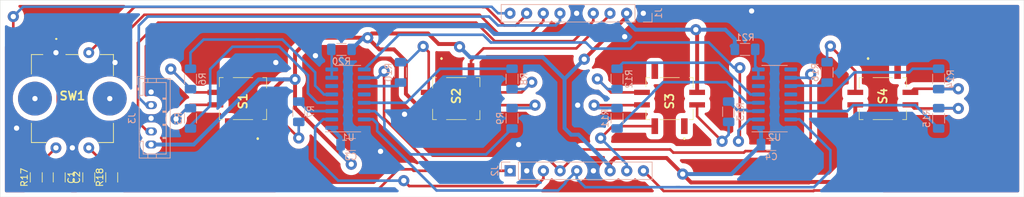
<source format=kicad_pcb>
(kicad_pcb (version 20171130) (host pcbnew "(5.1.10)-1")
  (layers (0 F.Cu signal) (31 B.Cu signal) (34 B.Paste user) (35 F.Paste user) (36 B.SilkS user) (37 F.SilkS user) (38 B.Mask user) (39 F.Mask user) (44 Edge.Cuts user))
  (net 0 "")
  (net 1 GND)
  (net 2 ENCA)
  (net 3 ENCB)
  (net 4 VCC)
  (net 5 PB3)
  (net 6 PB2)
  (net 7 PB1)
  (net 8 PB0)
  (net 9 PSHFCLK)
  (net 10 PSHFDATA)
  (net 11 PSHFUDATE)
  (net 12 ADC1)
  (net 13 ADC0)
  (net 14 S1_R)
  (net 15 "Net-(R5-Pad1)")
  (net 16 "Net-(R6-Pad1)")
  (net 17 S1_G)
  (net 18 S1_b)
  (net 19 "Net-(R7-Pad1)")
  (net 20 "Net-(R8-Pad1)")
  (net 21 S2_R)
  (net 22 "Net-(R9-Pad1)")
  (net 23 "Net-(R10-Pad1)")
  (net 24 "Net-(R11-Pad1)")
  (net 25 "Net-(R12-Pad1)")
  (net 26 "Net-(R13-Pad1)")
  (net 27 "Net-(R14-Pad1)")
  (net 28 "Net-(R15-Pad1)")
  (net 29 "Net-(R16-Pad1)")
  (net 30 "Net-(R17-Pad2)")
  (net 31 "Net-(R18-Pad2)")
  (net 32 ENCSW)
  (net 33 "Net-(R20-Pad1)")
  (net 34 "Net-(R21-Pad1)")
  (net 35 "Net-(U1-Pad9)")
  (net 36 S2_G)
  (net 37 S2_B)
  (net 38 S3_R)
  (net 39 S3_G)
  (net 40 S3_B)
  (net 41 S4_R)
  (net 42 S4_G)
  (net 43 S4_B)
  (module MOUSERfootprintANDsymbol:228CMVARGBFR (layer F.Cu) (at 107 82 270)
    (fp_text reference S1 (at 0.4 0 90) (layer F.SilkS) (effects (font (size 1.27 1.27) (thickness 0.254))))
    (fp_text value 228CMVARGBFR hide)
    (pad 8 smd rect (at -0.95 4.2 270) (size 0.8 2.4) (layers F.Cu F.Paste F.Mask) (net 16 "Net-(R6-Pad1)"))
    (pad 7 smd rect (at -0.95 -4.2 270) (size 0.8 2.4) (layers F.Cu F.Paste F.Mask) (net 4 VCC))
    (pad 6 smd rect (at 0.95 4.2 270) (size 0.8 2.4) (layers F.Cu F.Paste F.Mask) (net 15 "Net-(R5-Pad1)"))
    (pad 5 smd rect (at 0.95 -4.2 270) (size 0.8 2.4) (layers F.Cu F.Paste F.Mask) (net 19 "Net-(R7-Pad1)"))
    (pad 4 smd rect (at -4.2 2.25) (size 1 2.4) (layers F.Cu F.Paste F.Mask))
    (pad 3 smd rect (at 4.2 2.25) (size 1 2.4) (layers F.Cu F.Paste F.Mask) (net 8 PB0))
    (pad 2 smd rect (at -4.2 -2.25) (size 1 2.4) (layers F.Cu F.Paste F.Mask) (net 1 GND))
    (pad 1 smd rect (at 4.2 -2.25) (size 1 2.4) (layers F.Cu F.Paste F.Mask))
  )
  (module MOUSERfootprintANDsymbol:228CMVARGBFR (layer F.Cu) (at 139.5 82 90)
    (fp_text reference S2 (at 0.4 0 90) (layer F.SilkS) (effects (font (size 1.27 1.27) (thickness 0.254))))
    (fp_text value 228CMVARGBFR hide)
    (pad 8 smd rect (at -0.95 4.2 90) (size 0.8 2.4) (layers F.Cu F.Paste F.Mask) (net 22 "Net-(R9-Pad1)"))
    (pad 7 smd rect (at -0.95 -4.2 90) (size 0.8 2.4) (layers F.Cu F.Paste F.Mask) (net 4 VCC))
    (pad 6 smd rect (at 0.95 4.2 90) (size 0.8 2.4) (layers F.Cu F.Paste F.Mask) (net 20 "Net-(R8-Pad1)"))
    (pad 5 smd rect (at 0.95 -4.2 90) (size 0.8 2.4) (layers F.Cu F.Paste F.Mask) (net 23 "Net-(R10-Pad1)"))
    (pad 4 smd rect (at -4.2 2.25 180) (size 1 2.4) (layers F.Cu F.Paste F.Mask))
    (pad 3 smd rect (at 4.2 2.25 180) (size 1 2.4) (layers F.Cu F.Paste F.Mask) (net 7 PB1))
    (pad 2 smd rect (at -4.2 -2.25 180) (size 1 2.4) (layers F.Cu F.Paste F.Mask))
    (pad 1 smd rect (at 4.2 -2.25 180) (size 1 2.4) (layers F.Cu F.Paste F.Mask) (net 1 GND))
  )
  (module Resistor_SMD:R_1206_3216Metric_Pad1.30x1.75mm_HandSolder (layer B.Cu) (at 148 85 270)
    (fp_text reference R9 (at 0 1.82 270) (layer B.SilkS) (effects (justify mirror)))
    (fp_text value 155)
    (pad 2 smd roundrect (at 1.55 0 270) (size 1.3 1.75) (layers B.Cu B.Paste B.Mask) (roundrect_rratio 0.1923069230769231) (net 36 S2_G))
    (pad 1 smd roundrect (at -1.55 0 270) (size 1.3 1.75) (layers B.Cu B.Paste B.Mask) (roundrect_rratio 0.1923069230769231) (net 22 "Net-(R9-Pad1)"))
  )
  (module Resistor_SMD:R_1206_3216Metric_Pad1.30x1.75mm_HandSolder (layer B.Cu) (at 148 79 90)
    (fp_text reference R8 (at 0 1.82 90) (layer B.SilkS) (effects (justify mirror)))
    (fp_text value 165)
    (pad 1 smd roundrect (at -1.55 0 90) (size 1.3 1.75) (layers B.Cu B.Paste B.Mask) (roundrect_rratio 0.1923069230769231) (net 20 "Net-(R8-Pad1)"))
    (pad 2 smd roundrect (at 1.55 0 90) (size 1.3 1.75) (layers B.Cu B.Paste B.Mask) (roundrect_rratio 0.1923069230769231) (net 21 S2_R))
  )
  (module MOUSERfootprintANDsymbol:228CMVARGBFR (layer F.Cu) (at 204.5 82 90)
    (fp_text reference S4 (at 0.4 0 90) (layer F.SilkS) (effects (font (size 1.27 1.27) (thickness 0.254))))
    (fp_text value 228CMVARGBFR hide)
    (pad 8 smd rect (at -0.95 4.2 90) (size 0.8 2.4) (layers F.Cu F.Paste F.Mask) (net 28 "Net-(R15-Pad1)"))
    (pad 7 smd rect (at -0.95 -4.2 90) (size 0.8 2.4) (layers F.Cu F.Paste F.Mask) (net 4 VCC))
    (pad 6 smd rect (at 0.95 4.2 90) (size 0.8 2.4) (layers F.Cu F.Paste F.Mask) (net 27 "Net-(R14-Pad1)"))
    (pad 5 smd rect (at 0.95 -4.2 90) (size 0.8 2.4) (layers F.Cu F.Paste F.Mask) (net 29 "Net-(R16-Pad1)"))
    (pad 4 smd rect (at -4.2 2.25 180) (size 1 2.4) (layers F.Cu F.Paste F.Mask) (net 5 PB3))
    (pad 3 smd rect (at 4.2 2.25 180) (size 1 2.4) (layers F.Cu F.Paste F.Mask))
    (pad 2 smd rect (at -4.2 -2.25 180) (size 1 2.4) (layers F.Cu F.Paste F.Mask))
    (pad 1 smd rect (at 4.2 -2.25 180) (size 1 2.4) (layers F.Cu F.Paste F.Mask) (net 1 GND))
  )
  (module MOUSERfootprintANDsymbol:228CMVARGBFR (layer F.Cu) (at 172 82 270)
    (fp_text reference S3 (at 0.4 0 90) (layer F.SilkS) (effects (font (size 1.27 1.27) (thickness 0.254))))
    (fp_text value 228CMVARGBFR hide)
    (pad 8 smd rect (at -0.95 4.2 270) (size 0.8 2.4) (layers F.Cu F.Paste F.Mask) (net 25 "Net-(R12-Pad1)"))
    (pad 7 smd rect (at -0.95 -4.2 270) (size 0.8 2.4) (layers F.Cu F.Paste F.Mask) (net 4 VCC))
    (pad 6 smd rect (at 0.95 4.2 270) (size 0.8 2.4) (layers F.Cu F.Paste F.Mask) (net 24 "Net-(R11-Pad1)"))
    (pad 5 smd rect (at 0.95 -4.2 270) (size 0.8 2.4) (layers F.Cu F.Paste F.Mask) (net 26 "Net-(R13-Pad1)"))
    (pad 4 smd rect (at -4.2 2.25) (size 1 2.4) (layers F.Cu F.Paste F.Mask))
    (pad 3 smd rect (at 4.2 2.25) (size 1 2.4) (layers F.Cu F.Paste F.Mask) (net 6 PB2))
    (pad 2 smd rect (at -4.2 -2.25) (size 1 2.4) (layers F.Cu F.Paste F.Mask) (net 1 GND))
    (pad 1 smd rect (at 4.2 -2.25) (size 1 2.4) (layers F.Cu F.Paste F.Mask))
  )
  (module Connector_PinHeader_2.54mm:PinHeader_1x09_P2.54mm_Vertical (layer B.Cu) (at 147.7 93 270)
    (fp_text reference J2 (at 0 2.33 270) (layer B.SilkS) (effects (justify mirror)))
    (fp_text value Conn_01x09_Male)
    (pad 9 thru_hole oval (at 0 -20.32 270) (size 1.7 1.7) (drill 0.8) (layers *.Cu *.Mask) (net 5 PB3))
    (pad 8 thru_hole oval (at 0 -17.78 270) (size 1.7 1.7) (drill 0.8) (layers *.Cu *.Mask) (net 6 PB2))
    (pad 7 thru_hole oval (at 0 -15.24 270) (size 1.7 1.7) (drill 0.8) (layers *.Cu *.Mask) (net 4 VCC))
    (pad 6 thru_hole oval (at 0 -12.7 270) (size 1.7 1.7) (drill 0.8) (layers *.Cu *.Mask) (net 1 GND))
    (pad 5 thru_hole oval (at 0 -10.16 270) (size 1.7 1.7) (drill 0.8) (layers *.Cu *.Mask) (net 9 PSHFCLK))
    (pad 4 thru_hole oval (at 0 -7.62 270) (size 1.7 1.7) (drill 0.8) (layers *.Cu *.Mask) (net 11 PSHFUDATE))
    (pad 3 thru_hole oval (at 0 -5.08 270) (size 1.7 1.7) (drill 0.8) (layers *.Cu *.Mask) (net 10 PSHFDATA))
    (pad 2 thru_hole oval (at 0 -2.54 270) (size 1.7 1.7) (drill 0.8) (layers *.Cu *.Mask) (net 1 GND))
    (pad 1 thru_hole rect (at 0 0 270) (size 1.7 1.7) (drill 0.8) (layers *.Cu *.Mask) (net 8 PB0))
  )
  (module Connector_PinHeader_2.54mm:PinHeader_1x09_P2.54mm_Vertical (layer B.Cu) (at 168 69 90)
    (fp_text reference J1 (at 0 2.33 -90) (layer B.SilkS) (effects (justify mirror)))
    (fp_text value Conn_01x09_Male)
    (pad 9 thru_hole oval (at 0 -20.32 90) (size 1.7 1.7) (drill 0.8) (layers *.Cu *.Mask) (net 2 ENCA))
    (pad 8 thru_hole oval (at 0 -17.78 90) (size 1.7 1.7) (drill 0.8) (layers *.Cu *.Mask) (net 32 ENCSW))
    (pad 7 thru_hole oval (at 0 -15.24 90) (size 1.7 1.7) (drill 0.8) (layers *.Cu *.Mask) (net 3 ENCB))
    (pad 6 thru_hole oval (at 0 -12.7 90) (size 1.7 1.7) (drill 0.8) (layers *.Cu *.Mask) (net 12 ADC1))
    (pad 5 thru_hole oval (at 0 -10.16 90) (size 1.7 1.7) (drill 0.8) (layers *.Cu *.Mask) (net 1 GND))
    (pad 4 thru_hole oval (at 0 -7.62 90) (size 1.7 1.7) (drill 0.8) (layers *.Cu *.Mask) (net 13 ADC0))
    (pad 3 thru_hole oval (at 0 -5.08 90) (size 1.7 1.7) (drill 0.8) (layers *.Cu *.Mask) (net 7 PB1))
    (pad 2 thru_hole oval (at 0 -2.54 90) (size 1.7 1.7) (drill 0.8) (layers *.Cu *.Mask) (net 4 VCC))
    (pad 1 thru_hole rect (at 0 0 90) (size 1.7 1.7) (drill 0.8) (layers *.Cu *.Mask) (net 1 GND))
  )
  (module Capacitor_SMD:C_1206_3216Metric_Pad1.33x1.80mm_HandSolder (layer F.Cu) (at 79 94 270)
    (fp_text reference C1 (at 0 -1.85 90) (layer F.SilkS))
    (fp_text value 100nF)
    (pad 1 smd roundrect (at -1.5625 0 270) (size 1.325 1.8) (layers F.Cu F.Paste F.Mask) (roundrect_rratio 0.1886769811320755) (net 1 GND))
    (pad 2 smd roundrect (at 1.5625 0 270) (size 1.325 1.8) (layers F.Cu F.Paste F.Mask) (roundrect_rratio 0.1886769811320755) (net 2 ENCA))
  )
  (module Capacitor_SMD:C_1206_3216Metric_Pad1.33x1.80mm_HandSolder (layer F.Cu) (at 83.5 94 90)
    (fp_text reference C2 (at 0 -1.85 90) (layer F.SilkS))
    (fp_text value 100nF)
    (pad 2 smd roundrect (at 1.5625 0 90) (size 1.325 1.8) (layers F.Cu F.Paste F.Mask) (roundrect_rratio 0.1886769811320755) (net 1 GND))
    (pad 1 smd roundrect (at -1.5625 0 90) (size 1.325 1.8) (layers F.Cu F.Paste F.Mask) (roundrect_rratio 0.1886769811320755) (net 3 ENCB))
  )
  (module Capacitor_SMD:C_1206_3216Metric_Pad1.33x1.80mm_HandSolder (layer B.Cu) (at 123.4375 89)
    (fp_text reference C3 (at 0 1.85) (layer B.SilkS) (effects (justify mirror)))
    (fp_text value 100nF)
    (pad 2 smd roundrect (at 1.5625 0) (size 1.325 1.8) (layers B.Cu B.Paste B.Mask) (roundrect_rratio 0.1886769811320755) (net 1 GND))
    (pad 1 smd roundrect (at -1.5625 0) (size 1.325 1.8) (layers B.Cu B.Paste B.Mask) (roundrect_rratio 0.1886769811320755) (net 4 VCC))
  )
  (module Capacitor_SMD:C_1206_3216Metric_Pad1.33x1.80mm_HandSolder (layer B.Cu) (at 187.5 89)
    (fp_text reference C4 (at 0 1.85) (layer B.SilkS) (effects (justify mirror)))
    (fp_text value 100nF)
    (pad 1 smd roundrect (at -1.5625 0) (size 1.325 1.8) (layers B.Cu B.Paste B.Mask) (roundrect_rratio 0.1886769811320755) (net 4 VCC))
    (pad 2 smd roundrect (at 1.5625 0) (size 1.325 1.8) (layers B.Cu B.Paste B.Mask) (roundrect_rratio 0.1886769811320755) (net 1 GND))
  )
  (module Connector_JST:JST_PH_B5B-PH-K_1x05_P2.00mm_Vertical (layer B.Cu) (at 93 81 270)
    (fp_text reference J3 (at 4 2.9 270) (layer B.SilkS) (effects (justify mirror)))
    (fp_text value Conn_01x06_Female)
    (pad 1 thru_hole roundrect (at 0 0 270) (size 1.2 1.75) (drill 0.8) (layers *.Cu *.Mask) (roundrect_rratio 0.2083325) (net 1 GND))
    (pad 2 thru_hole oval (at 2 0 270) (size 1.2 1.75) (drill 0.8) (layers *.Cu *.Mask) (net 12 ADC1))
    (pad 3 thru_hole oval (at 4 0 270) (size 1.2 1.75) (drill 0.8) (layers *.Cu *.Mask) (net 1 GND))
    (pad 4 thru_hole oval (at 6 0 270) (size 1.2 1.75) (drill 0.8) (layers *.Cu *.Mask) (net 13 ADC0))
    (pad 5 thru_hole oval (at 8 0 270) (size 1.2 1.75) (drill 0.8) (layers *.Cu *.Mask) (net 4 VCC))
  )
  (module Resistor_SMD:R_1206_3216Metric_Pad1.30x1.75mm_HandSolder (layer B.Cu) (at 99 85 270)
    (fp_text reference R5 (at 0 1.82 90) (layer B.SilkS) (effects (justify mirror)))
    (fp_text value 165)
    (pad 2 smd roundrect (at 1.55 0 270) (size 1.3 1.75) (layers B.Cu B.Paste B.Mask) (roundrect_rratio 0.1923069230769231) (net 14 S1_R))
    (pad 1 smd roundrect (at -1.55 0 270) (size 1.3 1.75) (layers B.Cu B.Paste B.Mask) (roundrect_rratio 0.1923069230769231) (net 15 "Net-(R5-Pad1)"))
  )
  (module Resistor_SMD:R_1206_3216Metric_Pad1.30x1.75mm_HandSolder (layer B.Cu) (at 99 79 90)
    (fp_text reference R6 (at 0 1.82 90) (layer B.SilkS) (effects (justify mirror)))
    (fp_text value 155)
    (pad 1 smd roundrect (at -1.55 0 90) (size 1.3 1.75) (layers B.Cu B.Paste B.Mask) (roundrect_rratio 0.1923069230769231) (net 16 "Net-(R6-Pad1)"))
    (pad 2 smd roundrect (at 1.55 0 90) (size 1.3 1.75) (layers B.Cu B.Paste B.Mask) (roundrect_rratio 0.1923069230769231) (net 17 S1_G))
  )
  (module Resistor_SMD:R_1206_3216Metric_Pad1.30x1.75mm_HandSolder (layer B.Cu) (at 115.5 84 90)
    (fp_text reference R7 (at 0 1.82 90) (layer B.SilkS) (effects (justify mirror)))
    (fp_text value 100)
    (pad 2 smd roundrect (at 1.55 0 90) (size 1.3 1.75) (layers B.Cu B.Paste B.Mask) (roundrect_rratio 0.1923069230769231) (net 18 S1_b))
    (pad 1 smd roundrect (at -1.55 0 90) (size 1.3 1.75) (layers B.Cu B.Paste B.Mask) (roundrect_rratio 0.1923069230769231) (net 19 "Net-(R7-Pad1)"))
  )
  (module Resistor_SMD:R_1206_3216Metric_Pad1.30x1.75mm_HandSolder (layer B.Cu) (at 131 78 270)
    (fp_text reference R10 (at 0 1.82 270) (layer B.SilkS) (effects (justify mirror)))
    (fp_text value 100)
    (pad 1 smd roundrect (at -1.55 0 270) (size 1.3 1.75) (layers B.Cu B.Paste B.Mask) (roundrect_rratio 0.1923069230769231) (net 23 "Net-(R10-Pad1)"))
    (pad 2 smd roundrect (at 1.55 0 270) (size 1.3 1.75) (layers B.Cu B.Paste B.Mask) (roundrect_rratio 0.1923069230769231) (net 37 S2_B))
  )
  (module Resistor_SMD:R_1206_3216Metric_Pad1.30x1.75mm_HandSolder (layer B.Cu) (at 164 85 270)
    (fp_text reference R11 (at 0 1.82 270) (layer B.SilkS) (effects (justify mirror)))
    (fp_text value 165)
    (pad 1 smd roundrect (at -1.55 0 270) (size 1.3 1.75) (layers B.Cu B.Paste B.Mask) (roundrect_rratio 0.1923069230769231) (net 24 "Net-(R11-Pad1)"))
    (pad 2 smd roundrect (at 1.55 0 270) (size 1.3 1.75) (layers B.Cu B.Paste B.Mask) (roundrect_rratio 0.1923069230769231) (net 38 S3_R))
  )
  (module Resistor_SMD:R_1206_3216Metric_Pad1.30x1.75mm_HandSolder (layer B.Cu) (at 164 79 90)
    (fp_text reference R12 (at 0 1.82 -90) (layer B.SilkS) (effects (justify mirror)))
    (fp_text value 155)
    (pad 1 smd roundrect (at -1.55 0 90) (size 1.3 1.75) (layers B.Cu B.Paste B.Mask) (roundrect_rratio 0.1923069230769231) (net 25 "Net-(R12-Pad1)"))
    (pad 2 smd roundrect (at 1.55 0 90) (size 1.3 1.75) (layers B.Cu B.Paste B.Mask) (roundrect_rratio 0.1923069230769231) (net 39 S3_G))
  )
  (module Resistor_SMD:R_1206_3216Metric_Pad1.30x1.75mm_HandSolder (layer B.Cu) (at 181 84 90)
    (fp_text reference R13 (at 0 1.82 270) (layer B.SilkS) (effects (justify mirror)))
    (fp_text value 100)
    (pad 1 smd roundrect (at -1.55 0 90) (size 1.3 1.75) (layers B.Cu B.Paste B.Mask) (roundrect_rratio 0.1923069230769231) (net 26 "Net-(R13-Pad1)"))
    (pad 2 smd roundrect (at 1.55 0 90) (size 1.3 1.75) (layers B.Cu B.Paste B.Mask) (roundrect_rratio 0.1923069230769231) (net 40 S3_B))
  )
  (module Resistor_SMD:R_1206_3216Metric_Pad1.30x1.75mm_HandSolder (layer B.Cu) (at 213 79 90)
    (fp_text reference R14 (at 0 1.82 -90) (layer B.SilkS) (effects (justify mirror)))
    (fp_text value 165)
    (pad 2 smd roundrect (at 1.55 0 90) (size 1.3 1.75) (layers B.Cu B.Paste B.Mask) (roundrect_rratio 0.1923069230769231) (net 41 S4_R))
    (pad 1 smd roundrect (at -1.55 0 90) (size 1.3 1.75) (layers B.Cu B.Paste B.Mask) (roundrect_rratio 0.1923069230769231) (net 27 "Net-(R14-Pad1)"))
  )
  (module Resistor_SMD:R_1206_3216Metric_Pad1.30x1.75mm_HandSolder (layer B.Cu) (at 213 85 270)
    (fp_text reference R15 (at 0 1.82 270) (layer B.SilkS) (effects (justify mirror)))
    (fp_text value 155)
    (pad 2 smd roundrect (at 1.55 0 270) (size 1.3 1.75) (layers B.Cu B.Paste B.Mask) (roundrect_rratio 0.1923069230769231) (net 42 S4_G))
    (pad 1 smd roundrect (at -1.55 0 270) (size 1.3 1.75) (layers B.Cu B.Paste B.Mask) (roundrect_rratio 0.1923069230769231) (net 28 "Net-(R15-Pad1)"))
  )
  (module Resistor_SMD:R_1206_3216Metric_Pad1.30x1.75mm_HandSolder (layer B.Cu) (at 196 78 270)
    (fp_text reference R16 (at 0 1.82 270) (layer B.SilkS) (effects (justify mirror)))
    (fp_text value 100)
    (pad 2 smd roundrect (at 1.55 0 270) (size 1.3 1.75) (layers B.Cu B.Paste B.Mask) (roundrect_rratio 0.1923069230769231) (net 43 S4_B))
    (pad 1 smd roundrect (at -1.55 0 270) (size 1.3 1.75) (layers B.Cu B.Paste B.Mask) (roundrect_rratio 0.1923069230769231) (net 29 "Net-(R16-Pad1)"))
  )
  (module Resistor_SMD:R_1206_3216Metric_Pad1.30x1.75mm_HandSolder (layer F.Cu) (at 75.5 94 90)
    (fp_text reference R17 (at 0 -1.82 90) (layer F.SilkS))
    (fp_text value 27k)
    (pad 2 smd roundrect (at 1.55 0 90) (size 1.3 1.75) (layers F.Cu F.Paste F.Mask) (roundrect_rratio 0.1923069230769231) (net 30 "Net-(R17-Pad2)"))
    (pad 1 smd roundrect (at -1.55 0 90) (size 1.3 1.75) (layers F.Cu F.Paste F.Mask) (roundrect_rratio 0.1923069230769231) (net 2 ENCA))
  )
  (module Resistor_SMD:R_1206_3216Metric_Pad1.30x1.75mm_HandSolder (layer F.Cu) (at 87 94 90)
    (fp_text reference R18 (at 0 -1.82 90) (layer F.SilkS))
    (fp_text value 27k)
    (pad 1 smd roundrect (at -1.55 0 90) (size 1.3 1.75) (layers F.Cu F.Paste F.Mask) (roundrect_rratio 0.1923069230769231) (net 3 ENCB))
    (pad 2 smd roundrect (at 1.55 0 90) (size 1.3 1.75) (layers F.Cu F.Paste F.Mask) (roundrect_rratio 0.1923069230769231) (net 31 "Net-(R18-Pad2)"))
  )
  (module Resistor_SMD:R_1206_3216Metric_Pad1.30x1.75mm_HandSolder (layer B.Cu) (at 122 74.5)
    (fp_text reference R20 (at 0 1.82) (layer B.SilkS) (effects (justify mirror)))
    (fp_text value 10k)
    (pad 1 smd roundrect (at -1.55 0) (size 1.3 1.75) (layers B.Cu B.Paste B.Mask) (roundrect_rratio 0.1923069230769231) (net 33 "Net-(R20-Pad1)"))
    (pad 2 smd roundrect (at 1.55 0) (size 1.3 1.75) (layers B.Cu B.Paste B.Mask) (roundrect_rratio 0.1923069230769231) (net 4 VCC))
  )
  (module Resistor_SMD:R_1206_3216Metric_Pad1.30x1.75mm_HandSolder (layer B.Cu) (at 183.5 74.5 180)
    (fp_text reference R21 (at 0 1.82) (layer B.SilkS) (effects (justify mirror)))
    (fp_text value 10k)
    (pad 1 smd roundrect (at -1.55 0 180) (size 1.3 1.75) (layers B.Cu B.Paste B.Mask) (roundrect_rratio 0.1923069230769231) (net 34 "Net-(R21-Pad1)"))
    (pad 2 smd roundrect (at 1.55 0 180) (size 1.3 1.75) (layers B.Cu B.Paste B.Mask) (roundrect_rratio 0.1923069230769231) (net 4 VCC))
  )
  (module MOUSERfootprintANDsymbol:PEC11R4230KS0024 (layer F.Cu) (at 78.5 82)
    (fp_text reference SW1 (at 2.5 -0.413) (layer F.SilkS) (effects (font (size 1.27 1.27) (thickness 0.254))))
    (fp_text value Rotary_Encoder_Switch hide)
    (pad S1 thru_hole circle (at 0 -7) (size 1.65 1.65) (drill 0.8) (layers *.Cu *.Mask) (net 1 GND))
    (pad S2 thru_hole circle (at 5 -7) (size 1.65 1.65) (drill 0.8) (layers *.Cu *.Mask) (net 32 ENCSW))
    (pad A thru_hole circle (at 0 7.5) (size 1.65 1.65) (drill 0.8) (layers *.Cu *.Mask) (net 30 "Net-(R17-Pad2)"))
    (pad B thru_hole circle (at 5 7.5) (size 1.65 1.65) (drill 0.8) (layers *.Cu *.Mask) (net 31 "Net-(R18-Pad2)"))
    (pad C thru_hole circle (at 2.5 7.5) (size 1.65 1.65) (drill 0.8) (layers *.Cu *.Mask) (net 1 GND))
    (pad MH1 thru_hole circle (at -3.2 0) (size 5.161 5.161) (drill 0.8) (layers *.Cu *.Mask))
    (pad MH2 thru_hole circle (at 8.2 0) (size 5.161 5.161) (drill 0.8) (layers *.Cu *.Mask))
  )
  (module Package_SO:SOIC-16_3.9x9.9mm_P1.27mm (layer B.Cu) (at 123 82)
    (fp_text reference U1 (at 0 5.9) (layer B.SilkS) (effects (justify mirror)))
    (fp_text value TPIC6C595-SOIC)
    (pad 1 smd roundrect (at -2.475 4.445) (size 1.95 0.6) (layers B.Cu B.Paste B.Mask) (net 4 VCC))
    (pad 2 smd roundrect (at -2.475 3.175) (size 1.95 0.6) (layers B.Cu B.Paste B.Mask) (net 10 PSHFDATA))
    (pad 3 smd roundrect (at -2.475 1.905) (size 1.95 0.6) (layers B.Cu B.Paste B.Mask) (net 18 S1_b))
    (pad 4 smd roundrect (at -2.475 0.635) (size 1.95 0.6) (layers B.Cu B.Paste B.Mask) (net 14 S1_R))
    (pad 5 smd roundrect (at -2.475 -0.635) (size 1.95 0.6) (layers B.Cu B.Paste B.Mask) (net 17 S1_G))
    (pad 6 smd roundrect (at -2.475 -1.905) (size 1.95 0.6) (layers B.Cu B.Paste B.Mask))
    (pad 7 smd roundrect (at -2.475 -3.175) (size 1.95 0.6) (layers B.Cu B.Paste B.Mask) (net 33 "Net-(R20-Pad1)"))
    (pad 8 smd roundrect (at -2.475 -4.445) (size 1.95 0.6) (layers B.Cu B.Paste B.Mask) (net 33 "Net-(R20-Pad1)"))
    (pad 9 smd roundrect (at 2.475 -4.445) (size 1.95 0.6) (layers B.Cu B.Paste B.Mask) (net 35 "Net-(U1-Pad9)"))
    (pad 10 smd roundrect (at 2.475 -3.175) (size 1.95 0.6) (layers B.Cu B.Paste B.Mask) (net 11 PSHFUDATE))
    (pad 11 smd roundrect (at 2.475 -1.905) (size 1.95 0.6) (layers B.Cu B.Paste B.Mask) (net 37 S2_B))
    (pad 12 smd roundrect (at 2.475 -0.635) (size 1.95 0.6) (layers B.Cu B.Paste B.Mask))
    (pad 13 smd roundrect (at 2.475 0.635) (size 1.95 0.6) (layers B.Cu B.Paste B.Mask) (net 21 S2_R))
    (pad 14 smd roundrect (at 2.475 1.905) (size 1.95 0.6) (layers B.Cu B.Paste B.Mask) (net 36 S2_G))
    (pad 15 smd roundrect (at 2.475 3.175) (size 1.95 0.6) (layers B.Cu B.Paste B.Mask) (net 9 PSHFCLK))
    (pad 16 smd roundrect (at 2.475 4.445) (size 1.95 0.6) (layers B.Cu B.Paste B.Mask) (net 1 GND))
  )
  (module Package_SO:SOIC-16_3.9x9.9mm_P1.27mm (layer B.Cu) (at 188 82)
    (fp_text reference U2 (at 0 5.9) (layer B.SilkS) (effects (justify mirror)))
    (fp_text value TPIC6C595-SOIC)
    (pad 16 smd roundrect (at 2.475 4.445) (size 1.95 0.6) (layers B.Cu B.Paste B.Mask) (net 1 GND))
    (pad 15 smd roundrect (at 2.475 3.175) (size 1.95 0.6) (layers B.Cu B.Paste B.Mask) (net 9 PSHFCLK))
    (pad 14 smd roundrect (at 2.475 1.905) (size 1.95 0.6) (layers B.Cu B.Paste B.Mask) (net 42 S4_G))
    (pad 13 smd roundrect (at 2.475 0.635) (size 1.95 0.6) (layers B.Cu B.Paste B.Mask) (net 41 S4_R))
    (pad 12 smd roundrect (at 2.475 -0.635) (size 1.95 0.6) (layers B.Cu B.Paste B.Mask))
    (pad 11 smd roundrect (at 2.475 -1.905) (size 1.95 0.6) (layers B.Cu B.Paste B.Mask) (net 43 S4_B))
    (pad 10 smd roundrect (at 2.475 -3.175) (size 1.95 0.6) (layers B.Cu B.Paste B.Mask) (net 11 PSHFUDATE))
    (pad 9 smd roundrect (at 2.475 -4.445) (size 1.95 0.6) (layers B.Cu B.Paste B.Mask))
    (pad 8 smd roundrect (at -2.475 -4.445) (size 1.95 0.6) (layers B.Cu B.Paste B.Mask) (net 34 "Net-(R21-Pad1)"))
    (pad 7 smd roundrect (at -2.475 -3.175) (size 1.95 0.6) (layers B.Cu B.Paste B.Mask) (net 34 "Net-(R21-Pad1)"))
    (pad 6 smd roundrect (at -2.475 -1.905) (size 1.95 0.6) (layers B.Cu B.Paste B.Mask))
    (pad 5 smd roundrect (at -2.475 -0.635) (size 1.95 0.6) (layers B.Cu B.Paste B.Mask) (net 39 S3_G))
    (pad 4 smd roundrect (at -2.475 0.635) (size 1.95 0.6) (layers B.Cu B.Paste B.Mask) (net 38 S3_R))
    (pad 3 smd roundrect (at -2.475 1.905) (size 1.95 0.6) (layers B.Cu B.Paste B.Mask) (net 40 S3_B))
    (pad 2 smd roundrect (at -2.475 3.175) (size 1.95 0.6) (layers B.Cu B.Paste B.Mask) (net 35 "Net-(U1-Pad9)"))
    (pad 1 smd roundrect (at -2.475 4.445) (size 1.95 0.6) (layers B.Cu B.Paste B.Mask) (net 4 VCC))
  )
  (gr_line (start 70 97) (end 70 67) (layer Edge.Cuts) (width 0.05))
  (gr_line (start 226 97) (end 226 67) (layer Edge.Cuts) (width 0.05))
  (gr_line (start 70 97) (end 226 97) (layer Edge.Cuts) (width 0.05))
  (gr_line (start 70 67) (end 226 67) (layer Edge.Cuts) (width 0.05))
  (segment (start 81 90.4375) (end 81 89.5) (width 0.6) (layer F.Cu) (net 1))
  (segment (start 79 92.4375) (end 81 90.4375) (width 0.6) (layer F.Cu) (net 1))
  (segment (start 81 89.9375) (end 81 89.5) (width 0.6) (layer F.Cu) (net 1))
  (segment (start 83.5 92.4375) (end 81 89.9375) (width 0.6) (layer F.Cu) (net 1))
  (segment (start 81 77.5) (end 78.5 75) (width 0.6) (layer F.Cu) (net 1))
  (segment (start 81 89.5) (end 81 77.5) (width 0.6) (layer F.Cu) (net 1))
  (segment (start 157.84 69.500572) (end 157.84 69) (width 0.6) (layer B.Cu) (net 1))
  (segment (start 155.190561 72.150011) (end 157.84 69.500572) (width 0.6) (layer B.Cu) (net 1))
  (segment (start 143.96152 70.80001) (end 145.31152 72.150011) (width 0.6) (layer B.Cu) (net 1))
  (segment (start 145.31152 72.150011) (end 155.190561 72.150011) (width 0.6) (layer B.Cu) (net 1))
  (segment (start 93 72.5) (end 94.69999 70.80001) (width 0.6) (layer B.Cu) (net 1))
  (segment (start 93 81) (end 93 72.5) (width 0.6) (layer B.Cu) (net 1))
  (segment (start 91.525 85) (end 93 85) (width 0.6) (layer B.Cu) (net 1))
  (segment (start 90.844499 85.680501) (end 91.525 85) (width 0.6) (layer B.Cu) (net 1))
  (segment (start 83.652773 85.680501) (end 90.844499 85.680501) (width 0.6) (layer B.Cu) (net 1))
  (segment (start 81 88.333274) (end 83.652773 85.680501) (width 0.6) (layer B.Cu) (net 1))
  (segment (start 81 89.5) (end 81 88.333274) (width 0.6) (layer B.Cu) (net 1))
  (segment (start 94.97501 82.10001) (end 93.875 81) (width 0.6) (layer B.Cu) (net 1))
  (segment (start 93.875 81) (end 93 81) (width 0.6) (layer B.Cu) (net 1))
  (segment (start 94.97501 84.49999) (end 94.97501 82.10001) (width 0.6) (layer B.Cu) (net 1))
  (segment (start 94.475 85) (end 94.97501 84.49999) (width 0.6) (layer B.Cu) (net 1))
  (segment (start 93 85) (end 94.475 85) (width 0.6) (layer B.Cu) (net 1))
  (segment (start 109.25 77.8) (end 109.25 74.97504) (width 0.6) (layer F.Cu) (net 1))
  (segment (start 106 71.72504) (end 94.61345 71.72504) (width 0.6) (layer F.Cu) (net 1))
  (segment (start 109.25 74.97504) (end 106 71.72504) (width 0.6) (layer F.Cu) (net 1))
  (segment (start 93 73.33849) (end 93 81) (width 0.6) (layer F.Cu) (net 1))
  (segment (start 94.61345 71.72504) (end 93 73.33849) (width 0.6) (layer F.Cu) (net 1))
  (segment (start 125 87.05001) (end 125.475 86.57501) (width 0.6) (layer B.Cu) (net 1))
  (segment (start 125 89) (end 125 87.05001) (width 0.6) (layer B.Cu) (net 1))
  (segment (start 189.0625 87.98751) (end 190.475 86.57501) (width 0.6) (layer B.Cu) (net 1))
  (segment (start 189.0625 89) (end 189.0625 87.98751) (width 0.6) (layer B.Cu) (net 1))
  (segment (start 202.25 77.8) (end 202.25 71.25) (width 0.6) (layer F.Cu) (net 1))
  (segment (start 202.25 71.25) (end 199.5 68.5) (width 0.6) (layer F.Cu) (net 1))
  (segment (start 168.5 68.5) (end 168 69) (width 0.6) (layer F.Cu) (net 1))
  (segment (start 199.5 68.5) (end 168.5 68.5) (width 0.6) (layer F.Cu) (net 1))
  (segment (start 174.25 75.25) (end 168 69) (width 0.6) (layer F.Cu) (net 1))
  (segment (start 174.25 77.8) (end 174.25 75.25) (width 0.6) (layer F.Cu) (net 1))
  (segment (start 188.39999 72.54999) (end 184.5 68.65) (width 0.6) (layer B.Cu) (net 1))
  (segment (start 188.39999 88.33749) (end 188.39999 72.54999) (width 0.6) (layer B.Cu) (net 1))
  (via (at 184.5 68.65) (size 1.7) (drill 0.8) (layers F.Cu B.Cu) (net 1))
  (segment (start 189.0625 89) (end 188.39999 88.33749) (width 0.6) (layer B.Cu) (net 1))
  (segment (start 150.24 91.797919) (end 150.24 93) (width 0.6) (layer B.Cu) (net 1))
  (segment (start 153.037919 89) (end 150.24 91.797919) (width 0.6) (layer B.Cu) (net 1))
  (segment (start 157.646097 89) (end 153.037919 89) (width 0.6) (layer B.Cu) (net 1))
  (segment (start 160.4 91.753903) (end 157.646097 89) (width 0.6) (layer B.Cu) (net 1))
  (segment (start 160.4 93) (end 160.4 91.753903) (width 0.6) (layer B.Cu) (net 1))
  (via (at 127.95953 90.04047) (size 1.7) (drill 0.8) (layers F.Cu B.Cu) (net 1))
  (segment (start 126.574999 88.655939) (end 127.95953 90.04047) (width 0.6) (layer F.Cu) (net 1))
  (segment (start 126.574999 76.900999) (end 126.574999 88.655939) (width 0.6) (layer F.Cu) (net 1))
  (segment (start 127.575999 75.899999) (end 126.574999 76.900999) (width 0.6) (layer F.Cu) (net 1))
  (segment (start 130.425001 76.900999) (end 129.424001 75.899999) (width 0.6) (layer F.Cu) (net 1))
  (segment (start 137.83002 90.59998) (end 131.61502 84.38498) (width 0.6) (layer F.Cu) (net 1))
  (segment (start 140.149999 88.280001) (end 137.83002 90.59998) (width 0.6) (layer F.Cu) (net 1))
  (segment (start 130.425001 83.194961) (end 130.425001 76.900999) (width 0.6) (layer F.Cu) (net 1))
  (segment (start 140.149999 80.699999) (end 140.149999 88.280001) (width 0.6) (layer F.Cu) (net 1))
  (segment (start 129.424001 75.899999) (end 127.575999 75.899999) (width 0.6) (layer F.Cu) (net 1))
  (segment (start 137.25 77.8) (end 140.149999 80.699999) (width 0.6) (layer F.Cu) (net 1))
  (segment (start 126.04047 90.04047) (end 125 89) (width 0.6) (layer B.Cu) (net 1))
  (segment (start 127.95953 90.04047) (end 126.04047 90.04047) (width 0.6) (layer B.Cu) (net 1))
  (via (at 149 89) (size 1.7) (drill 0.8) (layers F.Cu B.Cu) (net 1))
  (segment (start 153.037919 89) (end 149 89) (width 0.6) (layer B.Cu) (net 1))
  (segment (start 140.869998 89) (end 140.149999 88.280001) (width 0.6) (layer F.Cu) (net 1))
  (segment (start 149 89) (end 140.869998 89) (width 0.6) (layer F.Cu) (net 1))
  (via (at 118.04047 75.45953) (size 1.7) (drill 0.8) (layers F.Cu B.Cu) (net 1))
  (segment (start 119.481939 76.900999) (end 118.04047 75.45953) (width 0.6) (layer F.Cu) (net 1))
  (segment (start 126.574999 76.900999) (end 119.481939 76.900999) (width 0.6) (layer F.Cu) (net 1))
  (segment (start 113.38095 70.80001) (end 113.19999 70.80001) (width 0.6) (layer B.Cu) (net 1))
  (segment (start 118.04047 75.45953) (end 113.38095 70.80001) (width 0.6) (layer B.Cu) (net 1))
  (segment (start 113.19999 70.80001) (end 143.96152 70.80001) (width 0.6) (layer B.Cu) (net 1))
  (segment (start 94.69999 70.80001) (end 113.19999 70.80001) (width 0.6) (layer B.Cu) (net 1))
  (via (at 165.159999 72.562363) (size 1.7) (drill 0.8) (layers F.Cu B.Cu) (net 1))
  (segment (start 168 69.722362) (end 165.159999 72.562363) (width 0.6) (layer F.Cu) (net 1))
  (segment (start 168 69) (end 168 69.722362) (width 0.6) (layer F.Cu) (net 1))
  (segment (start 157.84 70.202081) (end 157.84 69) (width 0.6) (layer B.Cu) (net 1))
  (segment (start 160.200282 72.562363) (end 157.84 70.202081) (width 0.6) (layer B.Cu) (net 1))
  (segment (start 165.159999 72.562363) (end 160.200282 72.562363) (width 0.6) (layer B.Cu) (net 1))
  (via (at 87.5 76.5) (size 1.7) (drill 0.8) (layers F.Cu B.Cu) (net 1))
  (via (at 72.5 86.5) (size 1.7) (drill 0.8) (layers F.Cu B.Cu) (net 1))
  (segment (start 131.61502 84.38498) (end 130.425001 83.194961) (width 0.6) (layer F.Cu) (net 1))
  (via (at 131.61502 84.38498) (size 1.7) (drill 0.8) (layers F.Cu B.Cu) (net 1))
  (via (at 112 76.5) (size 1.7) (drill 0.8) (layers F.Cu B.Cu) (net 1))
  (via (at 158 83) (size 1.7) (drill 0.8) (layers F.Cu B.Cu) (net 1))
  (segment (start 147.68 69) (end 145.88449 69) (width 0.381) (layer B.Cu) (net 2))
  (segment (start 145.88449 69) (end 144.88449 68) (width 0.381) (layer B.Cu) (net 2))
  (segment (start 75.3 95.75) (end 75.5 95.55) (width 0.381) (layer F.Cu) (net 2))
  (segment (start 75.5125 95.5625) (end 75.5 95.55) (width 0.381) (layer F.Cu) (net 2))
  (segment (start 79 95.5625) (end 75.5125 95.5625) (width 0.381) (layer F.Cu) (net 2))
  (segment (start 78.780501 80.329359) (end 72 73.548858) (width 0.4) (layer F.Cu) (net 2))
  (segment (start 73.72499 88.726152) (end 78.780501 83.670641) (width 0.4) (layer F.Cu) (net 2))
  (segment (start 72 73.548858) (end 72 69.5) (width 0.4) (layer F.Cu) (net 2))
  (segment (start 73.72499 93.77499) (end 73.72499 88.726152) (width 0.4) (layer F.Cu) (net 2))
  (via (at 72 69.5) (size 1.7) (drill 0.8) (layers F.Cu B.Cu) (net 2))
  (segment (start 78.780501 83.670641) (end 78.780501 80.329359) (width 0.4) (layer F.Cu) (net 2))
  (segment (start 75.5 95.55) (end 73.72499 93.77499) (width 0.4) (layer F.Cu) (net 2))
  (segment (start 73.5 68) (end 74.5 68) (width 0.4) (layer B.Cu) (net 2))
  (segment (start 72 69.5) (end 73.5 68) (width 0.4) (layer B.Cu) (net 2))
  (segment (start 144.88449 68) (end 74.5 68) (width 0.381) (layer B.Cu) (net 2))
  (segment (start 86.9875 95.5625) (end 87 95.55) (width 0.4) (layer F.Cu) (net 3))
  (segment (start 83.5 95.5625) (end 86.9875 95.5625) (width 0.4) (layer F.Cu) (net 3))
  (segment (start 152.76 70.202081) (end 152.76 69) (width 0.4) (layer F.Cu) (net 3))
  (segment (start 145.852941 72.050011) (end 150.91207 72.050011) (width 0.4) (layer F.Cu) (net 3))
  (segment (start 143.02795 69.22502) (end 145.852941 72.050011) (width 0.4) (layer F.Cu) (net 3))
  (segment (start 91.975982 69.22502) (end 143.02795 69.22502) (width 0.4) (layer F.Cu) (net 3))
  (segment (start 82.5 78.701002) (end 91.975982 69.22502) (width 0.4) (layer F.Cu) (net 3))
  (segment (start 82.5 83.5) (end 82.5 78.701002) (width 0.4) (layer F.Cu) (net 3))
  (segment (start 88.87501 89.87501) (end 82.5 83.5) (width 0.4) (layer F.Cu) (net 3))
  (segment (start 150.91207 72.050011) (end 152.76 70.202081) (width 0.4) (layer F.Cu) (net 3))
  (segment (start 88.87501 93.67499) (end 88.87501 89.87501) (width 0.4) (layer F.Cu) (net 3))
  (segment (start 87 95.55) (end 88.87501 93.67499) (width 0.4) (layer F.Cu) (net 3))
  (via (at 114.931706 79.068294) (size 1.7) (drill 0.8) (layers F.Cu B.Cu) (net 4))
  (segment (start 109.41591 79.068294) (end 114.931706 79.068294) (width 0.6) (layer B.Cu) (net 4))
  (segment (start 99.484204 89) (end 109.41591 79.068294) (width 0.6) (layer B.Cu) (net 4))
  (segment (start 93 89) (end 99.484204 89) (width 0.6) (layer B.Cu) (net 4))
  (segment (start 113.181706 79.068294) (end 111.2 81.05) (width 0.6) (layer F.Cu) (net 4))
  (segment (start 114.931706 79.068294) (end 113.181706 79.068294) (width 0.6) (layer F.Cu) (net 4))
  (segment (start 114.931706 79.068294) (end 114.931706 75.068294) (width 0.6) (layer F.Cu) (net 4))
  (via (at 126 72.72501) (size 1.7) (drill 0.8) (layers F.Cu B.Cu) (net 4))
  (segment (start 117.27499 72.72501) (end 126 72.72501) (width 0.6) (layer F.Cu) (net 4))
  (segment (start 114.931706 75.068294) (end 117.27499 72.72501) (width 0.6) (layer F.Cu) (net 4))
  (segment (start 125.32499 72.72501) (end 123.55 74.5) (width 0.6) (layer B.Cu) (net 4))
  (segment (start 126 72.72501) (end 125.32499 72.72501) (width 0.6) (layer B.Cu) (net 4))
  (segment (start 121.875 87.92501) (end 120.525 86.57501) (width 0.6) (layer B.Cu) (net 4))
  (segment (start 121.875 89) (end 121.875 87.92501) (width 0.6) (layer B.Cu) (net 4))
  (via (at 123.5 92) (size 1.7) (drill 0.8) (layers F.Cu B.Cu) (net 4))
  (segment (start 121.875 90.375) (end 123.5 92) (width 0.6) (layer B.Cu) (net 4))
  (segment (start 121.875 89) (end 121.875 90.375) (width 0.6) (layer B.Cu) (net 4))
  (segment (start 114.931706 83.431706) (end 114.931706 79.068294) (width 0.6) (layer F.Cu) (net 4))
  (segment (start 123.5 92) (end 114.931706 83.431706) (width 0.6) (layer F.Cu) (net 4))
  (segment (start 185.9375 86.98751) (end 185.525 86.57501) (width 0.6) (layer B.Cu) (net 4))
  (segment (start 185.9375 89) (end 185.9375 86.98751) (width 0.6) (layer B.Cu) (net 4))
  (segment (start 200.3 82.95) (end 200.3 90.89999) (width 0.6) (layer F.Cu) (net 4))
  (segment (start 200.3 90.89999) (end 199.69999 91.5) (width 0.6) (layer F.Cu) (net 4))
  (segment (start 181.45 74) (end 181.95 74.5) (width 0.6) (layer B.Cu) (net 4))
  (segment (start 165.46 70.140002) (end 165.46 69) (width 0.6) (layer B.Cu) (net 4))
  (segment (start 166.819998 71.5) (end 165.46 70.140002) (width 0.6) (layer B.Cu) (net 4))
  (segment (start 181.95 74.5) (end 181.95 72.95) (width 0.6) (layer B.Cu) (net 4))
  (segment (start 181.95 72.95) (end 180.5 71.5) (width 0.6) (layer B.Cu) (net 4))
  (segment (start 173 71.5) (end 166.819998 71.5) (width 0.6) (layer B.Cu) (net 4))
  (segment (start 173.5 71.5) (end 173 71.5) (width 0.6) (layer B.Cu) (net 4))
  (segment (start 176.2 71.7) (end 176 71.5) (width 0.6) (layer F.Cu) (net 4))
  (segment (start 176.2 81.05) (end 176.2 71.7) (width 0.6) (layer F.Cu) (net 4))
  (via (at 176 71.5) (size 1.7) (drill 0.8) (layers F.Cu B.Cu) (net 4))
  (segment (start 176 71.5) (end 173 71.5) (width 0.6) (layer B.Cu) (net 4))
  (segment (start 180.5 71.5) (end 176 71.5) (width 0.6) (layer B.Cu) (net 4))
  (segment (start 193.30001 94.69999) (end 193.22502 94.77498) (width 0.6) (layer F.Cu) (net 4))
  (segment (start 196.80001 94.69999) (end 193.30001 94.69999) (width 0.6) (layer F.Cu) (net 4))
  (segment (start 199.69999 91.80001) (end 196.80001 94.69999) (width 0.6) (layer F.Cu) (net 4))
  (segment (start 199.69999 91.5) (end 199.69999 91.80001) (width 0.6) (layer F.Cu) (net 4))
  (segment (start 193.22502 94.77498) (end 175.27498 94.77498) (width 0.6) (layer F.Cu) (net 4))
  (via (at 174 93.5) (size 1.7) (drill 0.8) (layers F.Cu B.Cu) (net 4))
  (segment (start 181.4375 93.5) (end 174 93.5) (width 0.6) (layer B.Cu) (net 4))
  (segment (start 185.9375 89) (end 181.4375 93.5) (width 0.6) (layer B.Cu) (net 4))
  (segment (start 175.27498 94.77498) (end 174 93.5) (width 0.6) (layer F.Cu) (net 4))
  (segment (start 174 93.5) (end 171.549999 91.049999) (width 0.6) (layer F.Cu) (net 4))
  (segment (start 162.94 91.797919) (end 162.94 93) (width 0.6) (layer F.Cu) (net 4))
  (segment (start 163.68792 91.049999) (end 162.94 91.797919) (width 0.6) (layer F.Cu) (net 4))
  (segment (start 171.549999 91.049999) (end 163.68792 91.049999) (width 0.6) (layer F.Cu) (net 4))
  (segment (start 162.94 92.313991) (end 158.126009 87.5) (width 0.6) (layer B.Cu) (net 4))
  (segment (start 162.94 93) (end 162.94 92.313991) (width 0.6) (layer B.Cu) (net 4))
  (segment (start 158.126009 87.5) (end 157 87.5) (width 0.6) (layer B.Cu) (net 4))
  (segment (start 126.650011 72.074999) (end 126 72.72501) (width 0.6) (layer F.Cu) (net 4))
  (segment (start 135.205001 72.074999) (end 126.650011 72.074999) (width 0.6) (layer F.Cu) (net 4))
  (segment (start 157 87.5) (end 156 86.5) (width 0.6) (layer B.Cu) (net 4))
  (via (at 159 76) (size 1.7) (drill 0.8) (layers F.Cu B.Cu) (net 4))
  (segment (start 156 79) (end 159 76) (width 0.6) (layer B.Cu) (net 4))
  (segment (start 156 86.5) (end 156 79) (width 0.6) (layer B.Cu) (net 4))
  (segment (start 165.46 69.54) (end 165.46 69) (width 0.6) (layer F.Cu) (net 4))
  (segment (start 159 76) (end 165.46 69.54) (width 0.6) (layer F.Cu) (net 4))
  (via (at 140 74.099999) (size 1.7) (drill 0.8) (layers F.Cu B.Cu) (net 4))
  (segment (start 139.585 73.684999) (end 140 74.099999) (width 0.6) (layer F.Cu) (net 4))
  (segment (start 136.815001 73.684999) (end 139.585 73.684999) (width 0.6) (layer F.Cu) (net 4))
  (segment (start 136.815001 73.684999) (end 135.205001 72.074999) (width 0.6) (layer F.Cu) (net 4))
  (segment (start 152.69999 75.69999) (end 156 79) (width 0.6) (layer B.Cu) (net 4))
  (segment (start 141.599991 75.69999) (end 152.69999 75.69999) (width 0.6) (layer B.Cu) (net 4))
  (segment (start 140 74.099999) (end 141.599991 75.69999) (width 0.6) (layer B.Cu) (net 4))
  (segment (start 127.77498 74.49999) (end 126 72.72501) (width 0.6) (layer F.Cu) (net 4))
  (segment (start 130.003904 74.49999) (end 127.77498 74.49999) (width 0.6) (layer F.Cu) (net 4))
  (segment (start 131.825011 76.321096) (end 130.003904 74.49999) (width 0.6) (layer F.Cu) (net 4))
  (segment (start 131.825011 81.275011) (end 131.825011 76.321096) (width 0.6) (layer F.Cu) (net 4))
  (segment (start 133.5 82.95) (end 131.825011 81.275011) (width 0.6) (layer F.Cu) (net 4))
  (segment (start 135.3 82.95) (end 133.5 82.95) (width 0.6) (layer F.Cu) (net 4))
  (segment (start 193.92501 96.07499) (end 171.09499 96.07499) (width 0.4) (layer F.Cu) (net 5))
  (segment (start 194 96) (end 193.92501 96.07499) (width 0.4) (layer F.Cu) (net 5))
  (segment (start 203 96) (end 194 96) (width 0.4) (layer F.Cu) (net 5))
  (segment (start 171.09499 96.07499) (end 168.02 93) (width 0.4) (layer F.Cu) (net 5))
  (segment (start 206.75 92.25) (end 203 96) (width 0.4) (layer F.Cu) (net 5))
  (segment (start 206.75 86.2) (end 206.75 92.25) (width 0.4) (layer F.Cu) (net 5))
  (via (at 161.5 88.024989) (size 1.7) (drill 0.8) (layers F.Cu B.Cu) (net 6))
  (segment (start 165.48 92.004989) (end 161.5 88.024989) (width 0.4) (layer B.Cu) (net 6))
  (segment (start 165.48 93) (end 165.48 92.004989) (width 0.4) (layer B.Cu) (net 6))
  (segment (start 163.324989 86.2) (end 169.75 86.2) (width 0.4) (layer F.Cu) (net 6))
  (segment (start 161.5 88.024989) (end 163.324989 86.2) (width 0.4) (layer F.Cu) (net 6))
  (segment (start 141.75 77.8) (end 141.75 76.25) (width 0.4) (layer F.Cu) (net 7))
  (segment (start 141.75 76.25) (end 143.64997 74.35003) (width 0.4) (layer F.Cu) (net 7))
  (segment (start 162.92 69.21773) (end 162.92 69) (width 0.4) (layer F.Cu) (net 7))
  (segment (start 157.7877 74.35003) (end 162.92 69.21773) (width 0.4) (layer F.Cu) (net 7))
  (segment (start 143.64997 74.35003) (end 157.7877 74.35003) (width 0.4) (layer F.Cu) (net 7))
  (segment (start 104.75 86.2) (end 104.75 87.25) (width 0.381) (layer F.Cu) (net 8))
  (segment (start 104.75 87.25) (end 112 94.5) (width 0.381) (layer F.Cu) (net 8))
  (segment (start 112 94.5) (end 113.5 96) (width 0.4) (layer F.Cu) (net 8))
  (segment (start 130.671999 92.774999) (end 132.774999 92.774999) (width 0.4) (layer F.Cu) (net 8))
  (segment (start 127.446998 96) (end 130.671999 92.774999) (width 0.4) (layer F.Cu) (net 8))
  (segment (start 113.5 96) (end 127.446998 96) (width 0.4) (layer F.Cu) (net 8))
  (segment (start 133 93) (end 147.7 93) (width 0.4) (layer F.Cu) (net 8))
  (segment (start 132.774999 92.774999) (end 133 93) (width 0.4) (layer F.Cu) (net 8))
  (segment (start 194 95.5) (end 196.5 93) (width 0.4) (layer B.Cu) (net 9))
  (segment (start 191.776352 85.14499) (end 190.475 85.14499) (width 0.4) (layer B.Cu) (net 9))
  (segment (start 196.5 89.868638) (end 191.776352 85.14499) (width 0.4) (layer B.Cu) (net 9))
  (segment (start 196.5 93) (end 196.5 89.868638) (width 0.4) (layer B.Cu) (net 9))
  (segment (start 157.86 94.202081) (end 157.86 93) (width 0.4) (layer B.Cu) (net 9))
  (segment (start 159.157919 95.5) (end 157.86 94.202081) (width 0.4) (layer B.Cu) (net 9))
  (segment (start 173.5 95.5) (end 159.157919 95.5) (width 0.4) (layer B.Cu) (net 9))
  (segment (start 173 95.5) (end 173.5 95.5) (width 0.4) (layer B.Cu) (net 9))
  (segment (start 173.5 95.5) (end 194 95.5) (width 0.4) (layer B.Cu) (net 9))
  (segment (start 127.45001 85.818648) (end 126.776352 85.14499) (width 0.4) (layer B.Cu) (net 9))
  (segment (start 136.5 96) (end 127.45001 86.95001) (width 0.4) (layer B.Cu) (net 9))
  (segment (start 126.776352 85.14499) (end 125.475 85.14499) (width 0.4) (layer B.Cu) (net 9))
  (segment (start 155 96) (end 136.5 96) (width 0.4) (layer B.Cu) (net 9))
  (segment (start 127.45001 86.95001) (end 127.45001 85.818648) (width 0.4) (layer B.Cu) (net 9))
  (segment (start 156.109999 94.890001) (end 155 96) (width 0.4) (layer B.Cu) (net 9))
  (segment (start 156.109999 94.750001) (end 156.109999 94.890001) (width 0.4) (layer B.Cu) (net 9))
  (segment (start 157.86 93) (end 156.109999 94.750001) (width 0.4) (layer B.Cu) (net 9))
  (segment (start 118 86.368638) (end 119.223648 85.14499) (width 0.4) (layer B.Cu) (net 10))
  (segment (start 119.223648 85.14499) (end 120.525 85.14499) (width 0.4) (layer B.Cu) (net 10))
  (segment (start 118 87.5) (end 118 91) (width 0.4) (layer B.Cu) (net 10))
  (segment (start 118 87.955286) (end 118 87.5) (width 0.4) (layer B.Cu) (net 10))
  (segment (start 118 87.5) (end 118 86.368638) (width 0.4) (layer B.Cu) (net 10))
  (segment (start 118 91) (end 121.5 94.5) (width 0.4) (layer B.Cu) (net 10))
  (via (at 131.5 94.5) (size 1.7) (drill 0.8) (layers F.Cu B.Cu) (net 10))
  (segment (start 121.5 94.5) (end 131.5 94.5) (width 0.4) (layer B.Cu) (net 10))
  (segment (start 152.78 94.202081) (end 152.78 93) (width 0.4) (layer F.Cu) (net 10))
  (segment (start 151.657082 95.324999) (end 152.78 94.202081) (width 0.4) (layer F.Cu) (net 10))
  (segment (start 132.324999 95.324999) (end 151.657082 95.324999) (width 0.4) (layer F.Cu) (net 10))
  (segment (start 131.5 94.5) (end 132.324999 95.324999) (width 0.4) (layer F.Cu) (net 10))
  (via (at 193.5 78.30001) (size 1.7) (drill 0.8) (layers F.Cu B.Cu) (net 11))
  (segment (start 192.97501 78.825) (end 193.5 78.30001) (width 0.4) (layer B.Cu) (net 11))
  (segment (start 190.475 78.825) (end 192.97501 78.825) (width 0.4) (layer B.Cu) (net 11))
  (segment (start 158.570011 89.749989) (end 155.32 93) (width 0.4) (layer F.Cu) (net 11))
  (segment (start 172.563492 90.225001) (end 172.08848 89.749989) (width 0.4) (layer F.Cu) (net 11))
  (segment (start 183.328001 90.225001) (end 172.563492 90.225001) (width 0.4) (layer F.Cu) (net 11))
  (segment (start 183.553002 90) (end 183.328001 90.225001) (width 0.4) (layer F.Cu) (net 11))
  (segment (start 191.5 90) (end 183.553002 90) (width 0.4) (layer F.Cu) (net 11))
  (segment (start 193.5 88) (end 191.5 90) (width 0.4) (layer F.Cu) (net 11))
  (segment (start 172.08848 89.749989) (end 158.570011 89.749989) (width 0.4) (layer F.Cu) (net 11))
  (segment (start 193.5 78.30001) (end 193.5 88) (width 0.4) (layer F.Cu) (net 11))
  (segment (start 146.350001 91.149999) (end 145.60001 91.89999) (width 0.4) (layer F.Cu) (net 11))
  (segment (start 153.469999 91.149999) (end 146.350001 91.149999) (width 0.4) (layer F.Cu) (net 11))
  (segment (start 155.32 93) (end 153.469999 91.149999) (width 0.4) (layer F.Cu) (net 11))
  (segment (start 145.60001 91.89999) (end 135.39999 91.89999) (width 0.4) (layer F.Cu) (net 11))
  (via (at 128.5 77.825) (size 1.7) (drill 0.8) (layers F.Cu B.Cu) (net 11))
  (segment (start 128.5 85) (end 128.5 77.825) (width 0.4) (layer F.Cu) (net 11))
  (segment (start 135.39999 91.89999) (end 128.5 85) (width 0.4) (layer F.Cu) (net 11))
  (segment (start 127.5 78.825) (end 128.5 77.825) (width 0.4) (layer B.Cu) (net 11))
  (segment (start 125.475 78.825) (end 127.5 78.825) (width 0.4) (layer B.Cu) (net 11))
  (segment (start 154.65208 70.850001) (end 145.850001 70.850001) (width 0.4) (layer B.Cu) (net 12))
  (segment (start 155.3 70.202081) (end 154.65208 70.850001) (width 0.4) (layer B.Cu) (net 12))
  (segment (start 155.3 69) (end 155.3 70.202081) (width 0.4) (layer B.Cu) (net 12))
  (segment (start 145.850001 70.850001) (end 144.5 69.5) (width 0.4) (layer B.Cu) (net 12))
  (segment (start 144.5 69.5) (end 92.5 69.5) (width 0.4) (layer B.Cu) (net 12))
  (segment (start 92.257216 83) (end 93 83) (width 0.4) (layer B.Cu) (net 12))
  (segment (start 91.12499 81.867774) (end 92.257216 83) (width 0.4) (layer B.Cu) (net 12))
  (segment (start 91.12499 70.87501) (end 91.12499 81.867774) (width 0.4) (layer B.Cu) (net 12))
  (segment (start 92.5 69.5) (end 91.12499 70.87501) (width 0.4) (layer B.Cu) (net 12))
  (segment (start 145.35588 73.25002) (end 142.53089 70.42503) (width 0.4) (layer F.Cu) (net 13))
  (segment (start 157.332061 73.25002) (end 145.35588 73.25002) (width 0.4) (layer F.Cu) (net 13))
  (segment (start 160.38 70.202081) (end 157.332061 73.25002) (width 0.4) (layer F.Cu) (net 13))
  (segment (start 160.38 69) (end 160.38 70.202081) (width 0.4) (layer F.Cu) (net 13))
  (segment (start 142.53089 70.42503) (end 94.07497 70.42503) (width 0.4) (layer F.Cu) (net 13))
  (segment (start 94.07497 70.42503) (end 91 73.5) (width 0.4) (layer F.Cu) (net 13))
  (segment (start 92.462245 87) (end 93 87) (width 0.4) (layer F.Cu) (net 13))
  (segment (start 91 85.537755) (end 92.462245 87) (width 0.4) (layer F.Cu) (net 13))
  (segment (start 91 73.5) (end 91 85.537755) (width 0.4) (layer F.Cu) (net 13))
  (segment (start 102 77.5) (end 102 83.101362) (width 0.4) (layer B.Cu) (net 14))
  (segment (start 105.39999 74.10001) (end 102 77.5) (width 0.4) (layer B.Cu) (net 14))
  (segment (start 112.544362 74.10001) (end 105.39999 74.10001) (width 0.4) (layer B.Cu) (net 14))
  (segment (start 116.89999 78.455638) (end 112.544362 74.10001) (width 0.4) (layer B.Cu) (net 14))
  (segment (start 99 86.101362) (end 99 86.55) (width 0.4) (layer B.Cu) (net 14))
  (segment (start 116.89999 81.198628) (end 116.89999 78.455638) (width 0.4) (layer B.Cu) (net 14))
  (segment (start 102 83.101362) (end 99 86.101362) (width 0.4) (layer B.Cu) (net 14))
  (segment (start 118.336362 82.635) (end 116.89999 81.198628) (width 0.4) (layer B.Cu) (net 14))
  (segment (start 120.525 82.635) (end 118.336362 82.635) (width 0.4) (layer B.Cu) (net 14))
  (via (at 96.804198 85.099739) (size 1.7) (drill 0.8) (layers F.Cu B.Cu) (net 15))
  (segment (start 98.453937 83.45) (end 96.804198 85.099739) (width 0.4) (layer B.Cu) (net 15))
  (segment (start 99 83.45) (end 98.453937 83.45) (width 0.4) (layer B.Cu) (net 15))
  (segment (start 98.953937 82.95) (end 102.8 82.95) (width 0.4) (layer F.Cu) (net 15))
  (segment (start 96.804198 85.099739) (end 98.953937 82.95) (width 0.4) (layer F.Cu) (net 15))
  (via (at 96 77.5) (size 1.7) (drill 0.8) (layers F.Cu B.Cu) (net 16))
  (segment (start 99.55 81.05) (end 96 77.5) (width 0.4) (layer F.Cu) (net 16))
  (segment (start 102.8 81.05) (end 99.55 81.05) (width 0.4) (layer F.Cu) (net 16))
  (segment (start 99 80.5) (end 99 80.55) (width 0.4) (layer B.Cu) (net 16))
  (segment (start 96 77.5) (end 99 80.5) (width 0.4) (layer B.Cu) (net 16))
  (segment (start 99 77.45) (end 99 75) (width 0.4) (layer B.Cu) (net 17))
  (segment (start 99 75) (end 101 73) (width 0.4) (layer B.Cu) (net 17))
  (segment (start 101 73) (end 109 73) (width 0.4) (layer B.Cu) (net 17))
  (segment (start 119.33506 81.365) (end 118 80.02994) (width 0.4) (layer B.Cu) (net 17))
  (segment (start 120.525 81.365) (end 119.33506 81.365) (width 0.4) (layer B.Cu) (net 17))
  (segment (start 118 80.02994) (end 118 78) (width 0.4) (layer B.Cu) (net 17))
  (segment (start 118 78) (end 113 73) (width 0.4) (layer B.Cu) (net 17))
  (segment (start 109 73) (end 109.5 73) (width 0.4) (layer B.Cu) (net 17))
  (segment (start 113 73) (end 109 73) (width 0.4) (layer B.Cu) (net 17))
  (segment (start 116.955 83.905) (end 115.5 82.45) (width 0.4) (layer B.Cu) (net 18))
  (segment (start 120.525 83.905) (end 116.955 83.905) (width 0.4) (layer B.Cu) (net 18))
  (segment (start 115.5 85.55) (end 115.5 88) (width 0.4) (layer B.Cu) (net 19))
  (via (at 115.5 88) (size 1.7) (drill 0.8) (layers F.Cu B.Cu) (net 19))
  (segment (start 111.2 83.7) (end 111.2 82.95) (width 0.4) (layer F.Cu) (net 19))
  (segment (start 115.5 88) (end 111.2 83.7) (width 0.4) (layer F.Cu) (net 19))
  (via (at 151 79.5) (size 1.7) (drill 0.8) (layers F.Cu B.Cu) (net 20))
  (segment (start 149.95 80.55) (end 151 79.5) (width 0.4) (layer B.Cu) (net 20))
  (segment (start 148 80.55) (end 149.95 80.55) (width 0.4) (layer B.Cu) (net 20))
  (segment (start 149.45 81.05) (end 143.7 81.05) (width 0.4) (layer F.Cu) (net 20))
  (segment (start 151 79.5) (end 149.45 81.05) (width 0.4) (layer F.Cu) (net 20))
  (segment (start 125.475 82.635) (end 131.865 82.635) (width 0.4) (layer B.Cu) (net 21))
  (segment (start 137.05 77.45) (end 148 77.45) (width 0.4) (layer B.Cu) (net 21))
  (segment (start 131.865 82.635) (end 137.05 77.45) (width 0.4) (layer B.Cu) (net 21))
  (via (at 151.5 83) (size 1.7) (drill 0.8) (layers F.Cu B.Cu) (net 22))
  (segment (start 151.05 83.45) (end 151.5 83) (width 0.4) (layer B.Cu) (net 22))
  (segment (start 148 83.45) (end 151.05 83.45) (width 0.4) (layer B.Cu) (net 22))
  (segment (start 143.75 83) (end 143.7 82.95) (width 0.4) (layer F.Cu) (net 22))
  (segment (start 151.5 83) (end 143.75 83) (width 0.4) (layer F.Cu) (net 22))
  (segment (start 135.3 74.892361) (end 135.3 81.05) (width 0.4) (layer F.Cu) (net 23))
  (via (at 134.453819 74.04618) (size 1.7) (drill 0.8) (layers F.Cu B.Cu) (net 23))
  (segment (start 135.3 74.892361) (end 134.453819 74.04618) (width 0.4) (layer F.Cu) (net 23))
  (segment (start 132.049999 76.45) (end 131 76.45) (width 0.4) (layer B.Cu) (net 23))
  (segment (start 134.453819 74.04618) (end 132.049999 76.45) (width 0.4) (layer B.Cu) (net 23))
  (via (at 160.5 83) (size 1.7) (drill 0.8) (layers F.Cu B.Cu) (net 24))
  (segment (start 160.95 83.45) (end 160.5 83) (width 0.4) (layer B.Cu) (net 24))
  (segment (start 164 83.45) (end 160.95 83.45) (width 0.4) (layer B.Cu) (net 24))
  (segment (start 167.75 83) (end 167.8 82.95) (width 0.4) (layer F.Cu) (net 24))
  (segment (start 160.5 83) (end 167.75 83) (width 0.4) (layer F.Cu) (net 24))
  (via (at 161 79) (size 1.7) (drill 0.8) (layers F.Cu B.Cu) (net 25))
  (segment (start 162.55 80.55) (end 161 79) (width 0.4) (layer B.Cu) (net 25))
  (segment (start 164 80.55) (end 162.55 80.55) (width 0.4) (layer B.Cu) (net 25))
  (segment (start 163.05 81.05) (end 167.8 81.05) (width 0.4) (layer F.Cu) (net 25))
  (segment (start 161 79) (end 163.05 81.05) (width 0.4) (layer F.Cu) (net 25))
  (via (at 180 88.5) (size 1.7) (drill 0.8) (layers F.Cu B.Cu) (net 26))
  (segment (start 181 87.5) (end 180 88.5) (width 0.4) (layer B.Cu) (net 26))
  (segment (start 181 85.55) (end 181 87.5) (width 0.4) (layer B.Cu) (net 26))
  (segment (start 176.2 84.7) (end 176.2 82.95) (width 0.4) (layer F.Cu) (net 26))
  (segment (start 180 88.5) (end 176.2 84.7) (width 0.4) (layer F.Cu) (net 26))
  (segment (start 215.95 80.55) (end 216 80.5) (width 0.4) (layer B.Cu) (net 27))
  (via (at 216 80.5) (size 1.7) (drill 0.8) (layers F.Cu B.Cu) (net 27))
  (segment (start 213 80.55) (end 215.95 80.55) (width 0.4) (layer B.Cu) (net 27))
  (segment (start 209.25 80.5) (end 208.7 81.05) (width 0.4) (layer F.Cu) (net 27))
  (segment (start 216 80.5) (end 209.25 80.5) (width 0.4) (layer F.Cu) (net 27))
  (segment (start 215.95 83.45) (end 216 83.5) (width 0.4) (layer B.Cu) (net 28))
  (via (at 216 83.5) (size 1.7) (drill 0.8) (layers F.Cu B.Cu) (net 28))
  (segment (start 213 83.45) (end 215.95 83.45) (width 0.4) (layer B.Cu) (net 28))
  (segment (start 209.25 83.5) (end 208.7 82.95) (width 0.4) (layer F.Cu) (net 28))
  (segment (start 216 83.5) (end 209.25 83.5) (width 0.4) (layer F.Cu) (net 28))
  (via (at 196.5 74) (size 1.7) (drill 0.8) (layers F.Cu B.Cu) (net 29))
  (segment (start 196 74.5) (end 196.5 74) (width 0.4) (layer B.Cu) (net 29))
  (segment (start 196 76.45) (end 196 74.5) (width 0.4) (layer B.Cu) (net 29))
  (segment (start 200.3 77.8) (end 200.3 81.05) (width 0.4) (layer F.Cu) (net 29))
  (segment (start 196.5 74) (end 200.3 77.8) (width 0.4) (layer F.Cu) (net 29))
  (segment (start 75.55 92.45) (end 78.5 89.5) (width 0.381) (layer F.Cu) (net 30))
  (segment (start 75.5 92.45) (end 75.55 92.45) (width 0.381) (layer F.Cu) (net 30))
  (segment (start 86.45 92.45) (end 83.5 89.5) (width 0.4) (layer F.Cu) (net 31))
  (segment (start 87 92.45) (end 86.45 92.45) (width 0.4) (layer F.Cu) (net 31))
  (segment (start 143.52501 68.02501) (end 90.47499 68.02501) (width 0.4) (layer F.Cu) (net 32))
  (segment (start 143.558002 68.058002) (end 143.52501 68.02501) (width 0.4) (layer F.Cu) (net 32))
  (segment (start 146.791999 70.850001) (end 144 68.058002) (width 0.4) (layer F.Cu) (net 32))
  (segment (start 144 68.058002) (end 143.558002 68.058002) (width 0.4) (layer F.Cu) (net 32))
  (segment (start 148.568001 70.850001) (end 146.791999 70.850001) (width 0.4) (layer F.Cu) (net 32))
  (segment (start 90.47499 68.02501) (end 83.5 75) (width 0.4) (layer F.Cu) (net 32))
  (segment (start 150.22 69.198002) (end 148.568001 70.850001) (width 0.4) (layer F.Cu) (net 32))
  (segment (start 150.22 69) (end 150.22 69.198002) (width 0.4) (layer F.Cu) (net 32))
  (segment (start 120.525 77.555) (end 120.525 78.79499) (width 0.4) (layer B.Cu) (net 33))
  (segment (start 120.525 74.575) (end 120.45 74.5) (width 0.4) (layer B.Cu) (net 33))
  (segment (start 120.525 77.555) (end 120.525 74.575) (width 0.4) (layer B.Cu) (net 33))
  (segment (start 185.05 77.08) (end 185.525 77.555) (width 0.4) (layer B.Cu) (net 34))
  (segment (start 185.05 74.5) (end 185.05 77.08) (width 0.4) (layer B.Cu) (net 34))
  (segment (start 185.525 77.555) (end 185.525 78.825) (width 0.4) (layer B.Cu) (net 34))
  (segment (start 125.475 77.555) (end 130.755001 72.274999) (width 0.4) (layer B.Cu) (net 35))
  (segment (start 143.598018 72.274999) (end 144.773039 73.450021) (width 0.4) (layer B.Cu) (net 35))
  (segment (start 130.755001 72.274999) (end 143.598018 72.274999) (width 0.4) (layer B.Cu) (net 35))
  (via (at 182.70479 77.29521) (size 1.7) (drill 0.8) (layers F.Cu B.Cu) (net 35))
  (segment (start 181.820918 77.29521) (end 182.70479 77.29521) (width 0.4) (layer B.Cu) (net 35))
  (segment (start 177.975729 73.450021) (end 181.820918 77.29521) (width 0.4) (layer B.Cu) (net 35))
  (via (at 182.5 88.5) (size 1.7) (drill 0.8) (layers F.Cu B.Cu) (net 35))
  (segment (start 182.70479 88.29521) (end 182.5 88.5) (width 0.4) (layer F.Cu) (net 35))
  (segment (start 182.70479 77.29521) (end 182.70479 88.29521) (width 0.4) (layer F.Cu) (net 35))
  (segment (start 184.223648 85.14499) (end 185.525 85.14499) (width 0.4) (layer B.Cu) (net 35))
  (segment (start 182.5 86.868638) (end 184.223648 85.14499) (width 0.4) (layer B.Cu) (net 35))
  (segment (start 182.5 88.5) (end 182.5 86.868638) (width 0.4) (layer B.Cu) (net 35))
  (segment (start 144.773041 73.450021) (end 143.91151 72.58849) (width 0.4) (layer B.Cu) (net 35))
  (segment (start 159.249449 73.450021) (end 144.773041 73.450021) (width 0.4) (layer B.Cu) (net 35))
  (segment (start 166.036 74.387364) (end 160.186792 74.387364) (width 0.4) (layer B.Cu) (net 35))
  (segment (start 166.973343 73.450021) (end 166.036 74.387364) (width 0.4) (layer B.Cu) (net 35))
  (segment (start 160.186792 74.387364) (end 159.249449 73.450021) (width 0.4) (layer B.Cu) (net 35))
  (segment (start 177.975729 73.450021) (end 166.973343 73.450021) (width 0.4) (layer B.Cu) (net 35))
  (segment (start 125.475 83.905) (end 125.475 83.97499) (width 0.4) (layer B.Cu) (net 36))
  (segment (start 144.05 90.5) (end 148 86.55) (width 0.4) (layer B.Cu) (net 36))
  (segment (start 132.555648 90.5) (end 144.05 90.5) (width 0.4) (layer B.Cu) (net 36))
  (segment (start 128.550019 86.494371) (end 132.555648 90.5) (width 0.4) (layer B.Cu) (net 36))
  (segment (start 128.550019 85.363009) (end 128.550019 86.494371) (width 0.4) (layer B.Cu) (net 36))
  (segment (start 127.09201 83.905) (end 128.550019 85.363009) (width 0.4) (layer B.Cu) (net 36))
  (segment (start 125.475 83.905) (end 127.09201 83.905) (width 0.4) (layer B.Cu) (net 36))
  (segment (start 126.66494 80.095) (end 125.475 80.095) (width 0.4) (layer B.Cu) (net 37))
  (segment (start 130.455 80.095) (end 125.475 80.095) (width 0.4) (layer B.Cu) (net 37))
  (segment (start 131 79.55) (end 130.455 80.095) (width 0.4) (layer B.Cu) (net 37))
  (segment (start 183.836362 82.635) (end 180.701362 79.5) (width 0.4) (layer B.Cu) (net 38))
  (segment (start 185.525 82.635) (end 183.836362 82.635) (width 0.4) (layer B.Cu) (net 38))
  (segment (start 180.701362 79.5) (end 180 79.5) (width 0.4) (layer B.Cu) (net 38))
  (segment (start 164 86.55) (end 169.5 81.05) (width 0.4) (layer B.Cu) (net 38))
  (segment (start 169.5 81.05) (end 169.5 81) (width 0.4) (layer B.Cu) (net 38))
  (segment (start 171 79.5) (end 180.701362 79.5) (width 0.4) (layer B.Cu) (net 38))
  (segment (start 169.5 81) (end 171 79.5) (width 0.4) (layer B.Cu) (net 38))
  (segment (start 184.33506 81.365) (end 179.5 76.52994) (width 0.4) (layer B.Cu) (net 39))
  (segment (start 185.525 81.365) (end 184.33506 81.365) (width 0.4) (layer B.Cu) (net 39))
  (segment (start 164.92006 76.52994) (end 164 77.45) (width 0.4) (layer B.Cu) (net 39))
  (segment (start 179.5 76.52994) (end 164.92006 76.52994) (width 0.4) (layer B.Cu) (net 39))
  (segment (start 182.28501 83.73501) (end 181 82.45) (width 0.4) (layer B.Cu) (net 40))
  (segment (start 183.73501 83.73501) (end 182.28501 83.73501) (width 0.4) (layer B.Cu) (net 40))
  (segment (start 183.905 83.905) (end 183.73501 83.73501) (width 0.4) (layer B.Cu) (net 40))
  (segment (start 185.525 83.905) (end 183.905 83.905) (width 0.4) (layer B.Cu) (net 40))
  (segment (start 195.566362 82.635) (end 200.201362 78) (width 0.4) (layer B.Cu) (net 41))
  (segment (start 190.475 82.635) (end 195.566362 82.635) (width 0.4) (layer B.Cu) (net 41))
  (segment (start 200.201362 78) (end 208.5 78) (width 0.4) (layer B.Cu) (net 41))
  (segment (start 209.05 77.45) (end 213 77.45) (width 0.4) (layer B.Cu) (net 41))
  (segment (start 208.5 78) (end 209.05 77.45) (width 0.4) (layer B.Cu) (net 41))
  (segment (start 190.475 83.905) (end 199.095 83.905) (width 0.4) (layer B.Cu) (net 42))
  (segment (start 199.095 83.905) (end 200 83) (width 0.4) (layer B.Cu) (net 42))
  (segment (start 209.45 83) (end 213 86.55) (width 0.4) (layer B.Cu) (net 42))
  (segment (start 200 83) (end 209.45 83) (width 0.4) (layer B.Cu) (net 42))
  (segment (start 195.52499 80.02501) (end 196 79.55) (width 0.4) (layer B.Cu) (net 43))
  (segment (start 190.97499 80.02501) (end 195.52499 80.02501) (width 0.4) (layer B.Cu) (net 43))
  (segment (start 190.905 80.095) (end 190.97499 80.02501) (width 0.4) (layer B.Cu) (net 43))
  (segment (start 190.475 80.095) (end 190.905 80.095) (width 0.4) (layer B.Cu) (net 43))
  (zone (net 1) (net_name GND) (layer B.Cu) (connect_pads yes (clearance 0.7)) (min_thickness 0.4) (fill yes (arc_segments 32) (thermal_gap 0.508) (thermal_bridge_width 0.508) (smoothing chamfer))
    (polygon (pts (xy 226 97) (xy 70 97) (xy 70 67) (xy 226 67)))
  )
  (zone (net 1) (net_name GND) (layer F.Cu) (connect_pads yes (clearance 0.7)) (min_thickness 0.4) (fill yes (arc_segments 32) (thermal_gap 0.508) (thermal_bridge_width 0.508) (smoothing chamfer))
    (polygon (pts (xy 226 97) (xy 70 97) (xy 70 67) (xy 226 67)))
  )
)
</source>
